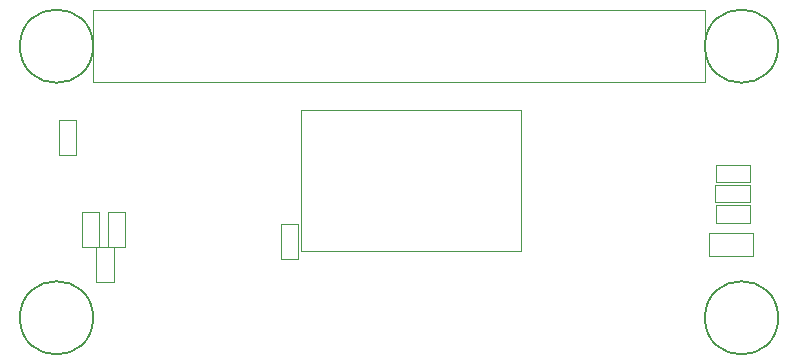
<source format=gbr>
G04 #@! TF.GenerationSoftware,KiCad,Pcbnew,7.0.8*
G04 #@! TF.CreationDate,2023-11-03T14:19:20+02:00*
G04 #@! TF.ProjectId,TinyNumberHat,54696e79-4e75-46d6-9265-724861742e6b,rev?*
G04 #@! TF.SameCoordinates,Original*
G04 #@! TF.FileFunction,Other,User*
%FSLAX46Y46*%
G04 Gerber Fmt 4.6, Leading zero omitted, Abs format (unit mm)*
G04 Created by KiCad (PCBNEW 7.0.8) date 2023-11-03 14:19:20*
%MOMM*%
%LPD*%
G01*
G04 APERTURE LIST*
%ADD10C,0.150000*%
%ADD11C,0.050000*%
G04 APERTURE END LIST*
D10*
X164600000Y-96500000D02*
G75*
G03*
X164600000Y-96500000I-3100000J0D01*
G01*
X106600000Y-73500000D02*
G75*
G03*
X106600000Y-73500000I-3100000J0D01*
G01*
X106600000Y-96500000D02*
G75*
G03*
X106600000Y-96500000I-3100000J0D01*
G01*
X164600000Y-73500000D02*
G75*
G03*
X164600000Y-73500000I-3100000J0D01*
G01*
D11*
X158370000Y-70430000D02*
X106570000Y-70430000D01*
X106570000Y-70430000D02*
X106570000Y-76530000D01*
X158370000Y-76530000D02*
X158370000Y-70430000D01*
X106570000Y-76530000D02*
X158370000Y-76530000D01*
X123930000Y-88520000D02*
X122470000Y-88520000D01*
X122470000Y-88520000D02*
X122470000Y-91480000D01*
X123930000Y-91480000D02*
X123930000Y-88520000D01*
X122470000Y-91480000D02*
X123930000Y-91480000D01*
X162255000Y-88430000D02*
X162255000Y-86970000D01*
X162255000Y-86970000D02*
X159295000Y-86970000D01*
X159295000Y-88430000D02*
X162255000Y-88430000D01*
X159295000Y-86970000D02*
X159295000Y-88430000D01*
X103670000Y-82680000D02*
X105130000Y-82680000D01*
X105130000Y-82680000D02*
X105130000Y-79720000D01*
X103670000Y-79720000D02*
X103670000Y-82680000D01*
X105130000Y-79720000D02*
X103670000Y-79720000D01*
X162255000Y-85030000D02*
X162255000Y-83570000D01*
X162255000Y-83570000D02*
X159295000Y-83570000D01*
X159295000Y-85030000D02*
X162255000Y-85030000D01*
X159295000Y-83570000D02*
X159295000Y-85030000D01*
X162230000Y-86730000D02*
X162230000Y-85270000D01*
X162230000Y-85270000D02*
X159270000Y-85270000D01*
X159270000Y-86730000D02*
X162230000Y-86730000D01*
X159270000Y-85270000D02*
X159270000Y-86730000D01*
X142850000Y-78900000D02*
X124240000Y-78900000D01*
X124240000Y-78900000D02*
X124240000Y-90800000D01*
X142850000Y-90800000D02*
X142850000Y-78900000D01*
X124240000Y-90800000D02*
X142850000Y-90800000D01*
X162450000Y-91250000D02*
X162450000Y-89350000D01*
X162450000Y-89350000D02*
X158750000Y-89350000D01*
X158750000Y-91250000D02*
X162450000Y-91250000D01*
X158750000Y-89350000D02*
X158750000Y-91250000D01*
X108330000Y-90520000D02*
X106870000Y-90520000D01*
X106870000Y-90520000D02*
X106870000Y-93480000D01*
X108330000Y-93480000D02*
X108330000Y-90520000D01*
X106870000Y-93480000D02*
X108330000Y-93480000D01*
X109330000Y-87520000D02*
X107870000Y-87520000D01*
X107870000Y-87520000D02*
X107870000Y-90480000D01*
X109330000Y-90480000D02*
X109330000Y-87520000D01*
X107870000Y-90480000D02*
X109330000Y-90480000D01*
X107130000Y-87520000D02*
X105670000Y-87520000D01*
X105670000Y-87520000D02*
X105670000Y-90480000D01*
X107130000Y-90480000D02*
X107130000Y-87520000D01*
X105670000Y-90480000D02*
X107130000Y-90480000D01*
M02*

</source>
